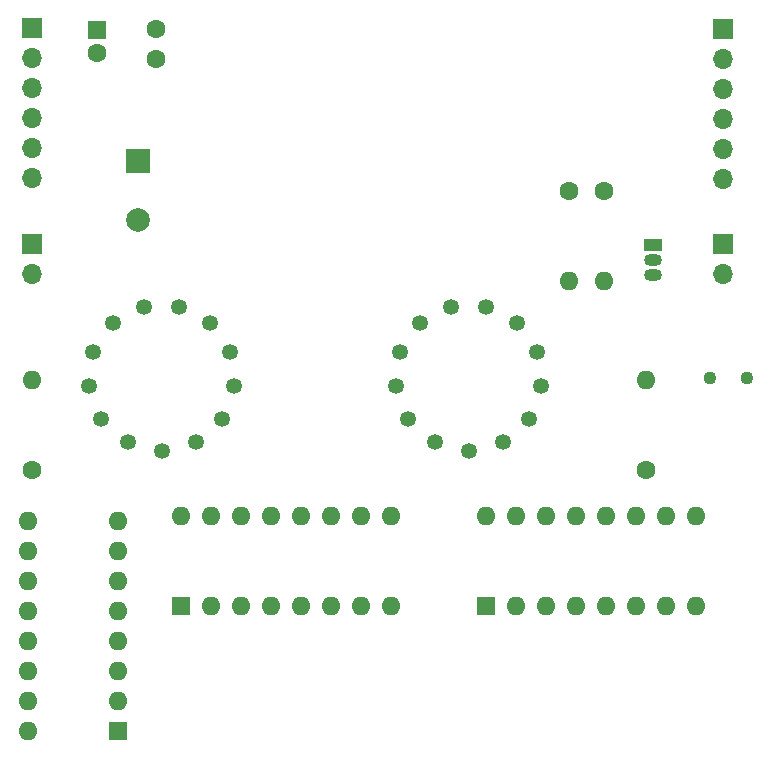
<source format=gbr>
%TF.GenerationSoftware,KiCad,Pcbnew,(6.0.9)*%
%TF.CreationDate,2022-12-23T11:45:30+05:30*%
%TF.ProjectId,IN-14 Panel,494e2d31-3420-4506-916e-656c2e6b6963,1.0*%
%TF.SameCoordinates,Original*%
%TF.FileFunction,Soldermask,Top*%
%TF.FilePolarity,Negative*%
%FSLAX46Y46*%
G04 Gerber Fmt 4.6, Leading zero omitted, Abs format (unit mm)*
G04 Created by KiCad (PCBNEW (6.0.9)) date 2022-12-23 11:45:30*
%MOMM*%
%LPD*%
G01*
G04 APERTURE LIST*
%ADD10C,1.600000*%
%ADD11O,1.600000X1.600000*%
%ADD12R,1.700000X1.700000*%
%ADD13O,1.700000X1.700000*%
%ADD14R,1.600000X1.600000*%
%ADD15R,1.500000X1.050000*%
%ADD16O,1.500000X1.050000*%
%ADD17R,2.000000X2.000000*%
%ADD18C,2.000000*%
%ADD19C,1.107440*%
%ADD20C,1.346200*%
G04 APERTURE END LIST*
D10*
%TO.C,R4*%
X163000000Y-112810000D03*
D11*
X163000000Y-105190000D03*
%TD*%
D12*
%TO.C,J2*%
X111000000Y-93725000D03*
D13*
X111000000Y-96265000D03*
%TD*%
D14*
%TO.C,U1*%
X118300000Y-134875000D03*
D11*
X118300000Y-132335000D03*
X118300000Y-129795000D03*
X118300000Y-127255000D03*
X118300000Y-124715000D03*
X118300000Y-122175000D03*
X118300000Y-119635000D03*
X118300000Y-117095000D03*
X110680000Y-117095000D03*
X110680000Y-119635000D03*
X110680000Y-122175000D03*
X110680000Y-124715000D03*
X110680000Y-127255000D03*
X110680000Y-129795000D03*
X110680000Y-132335000D03*
X110680000Y-134875000D03*
%TD*%
D15*
%TO.C,Q1*%
X163640000Y-93730000D03*
D16*
X163640000Y-95000000D03*
X163640000Y-96270000D03*
%TD*%
D17*
%TO.C,C1*%
X120000000Y-86632323D03*
D18*
X120000000Y-91632323D03*
%TD*%
D12*
%TO.C,J3*%
X169500000Y-75460000D03*
D13*
X169500000Y-78000000D03*
X169500000Y-80540000D03*
X169500000Y-83080000D03*
X169500000Y-85620000D03*
X169500000Y-88160000D03*
%TD*%
D10*
%TO.C,C2*%
X121500000Y-78000000D03*
X121500000Y-75500000D03*
%TD*%
%TO.C,R1*%
X159500000Y-89190000D03*
D11*
X159500000Y-96810000D03*
%TD*%
D10*
%TO.C,R2*%
X156500000Y-89190000D03*
D11*
X156500000Y-96810000D03*
%TD*%
D12*
%TO.C,J4*%
X111000000Y-75420000D03*
D13*
X111000000Y-77960000D03*
X111000000Y-80500000D03*
X111000000Y-83040000D03*
X111000000Y-85580000D03*
X111000000Y-88120000D03*
%TD*%
D12*
%TO.C,J1*%
X169500000Y-93725000D03*
D13*
X169500000Y-96265000D03*
%TD*%
D10*
%TO.C,R3*%
X111000000Y-112810000D03*
D11*
X111000000Y-105190000D03*
%TD*%
D14*
%TO.C,C3*%
X116500000Y-75544888D03*
D10*
X116500000Y-77544888D03*
%TD*%
D14*
%TO.C,M2*%
X149500000Y-124300000D03*
D11*
X152040000Y-124300000D03*
X154580000Y-124300000D03*
X157120000Y-124300000D03*
X159660000Y-124300000D03*
X162200000Y-124300000D03*
X164740000Y-124300000D03*
X167280000Y-124300000D03*
X167280000Y-116680000D03*
X164740000Y-116680000D03*
X162200000Y-116680000D03*
X159660000Y-116680000D03*
X157120000Y-116680000D03*
X154580000Y-116680000D03*
X152040000Y-116680000D03*
X149500000Y-116680000D03*
%TD*%
D14*
%TO.C,M1*%
X123625000Y-124300000D03*
D11*
X126165000Y-124300000D03*
X128705000Y-124300000D03*
X131245000Y-124300000D03*
X133785000Y-124300000D03*
X136325000Y-124300000D03*
X138865000Y-124300000D03*
X141405000Y-124300000D03*
X141405000Y-116680000D03*
X138865000Y-116680000D03*
X136325000Y-116680000D03*
X133785000Y-116680000D03*
X131245000Y-116680000D03*
X128705000Y-116680000D03*
X126165000Y-116680000D03*
X123625000Y-116680000D03*
%TD*%
D19*
%TO.C,N3*%
X171587500Y-105000000D03*
X168412500Y-105000000D03*
%TD*%
D20*
%TO.C,N1*%
X116907300Y-108515360D03*
X127092700Y-108515360D03*
X128144260Y-105744220D03*
X127786120Y-102805440D03*
X126104640Y-100367040D03*
X123480820Y-98990360D03*
X120519180Y-98990360D03*
X117895360Y-100367040D03*
X116213880Y-102805440D03*
X115855740Y-105744220D03*
X122000000Y-111187440D03*
X119124720Y-110478780D03*
X124875280Y-110478780D03*
%TD*%
%TO.C,N2*%
X142907300Y-108515360D03*
X153092700Y-108515360D03*
X154144260Y-105744220D03*
X153786120Y-102805440D03*
X152104640Y-100367040D03*
X149480820Y-98990360D03*
X146519180Y-98990360D03*
X143895360Y-100367040D03*
X142213880Y-102805440D03*
X141855740Y-105744220D03*
X148000000Y-111187440D03*
X145124720Y-110478780D03*
X150875280Y-110478780D03*
%TD*%
M02*

</source>
